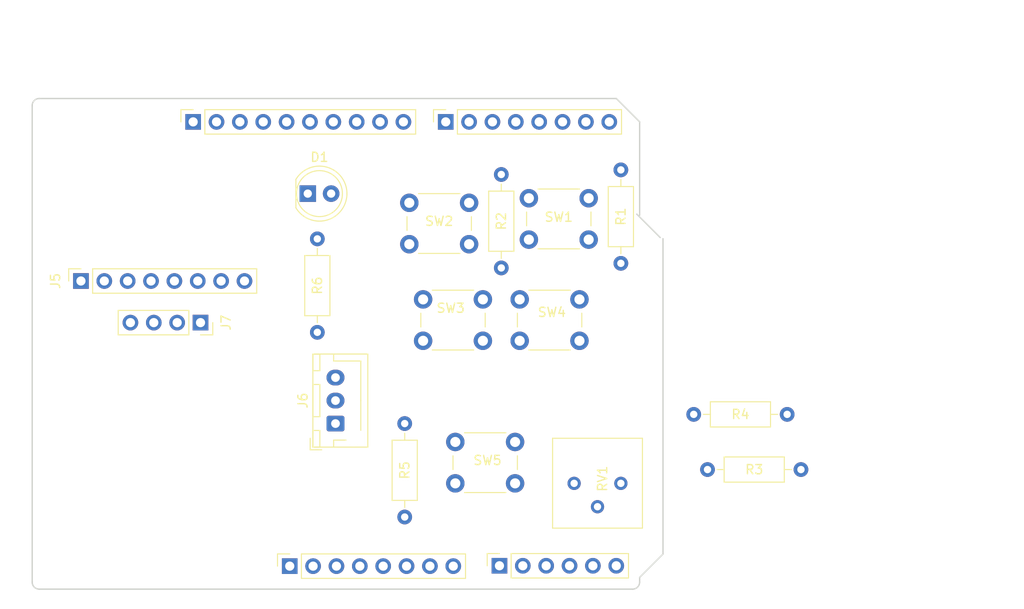
<source format=kicad_pcb>
(kicad_pcb (version 20240108) (generator "pcbnew") (generator_version "8.0")
  (title_block (date "mar. 31 mars 2015"))
  (layers (0 "F.Cu" signal) (31 "B.Cu" power) (34 "B.Paste" user) (35 "F.Paste" user) (36 "B.SilkS" user "B.Silkscreen") (37 "F.SilkS" user "F.Silkscreen") (38 "B.Mask" user) (39 "F.Mask" user) (44 "Edge.Cuts" user))
  (net 0 "")
  (net 1 "GND")
  (net 3 "+5V")
  (net 4 "/IOREF")
  (net 5 "/A0")
  (net 6 "/A1")
  (net 7 "/A2")
  (net 8 "/A3")
  (net 9 "/I2C_SCL")
  (net 10 "/I2C_SDA")
  (net 11 "/13")
  (net 12 "/12")
  (net 13 "/AREF")
  (net 14 "/8")
  (net 15 "/7")
  (net 16 "/*11")
  (net 17 "/*10")
  (net 18 "/*9")
  (net 19 "/4")
  (net 20 "/2")
  (net 21 "/*6")
  (net 22 "/*5")
  (net 23 "/TX{slash}1")
  (net 24 "/*3")
  (net 25 "/RX{slash}0")
  (net 26 "+3V3")
  (net 27 "VCC")
  (net 28 "/~{RESET}")
  (net 33 "Net-(D1-A)")
  (footprint "Connector_PinSocket_2.54mm:PinSocket_1x08_P2.54mm_Vertical" (layer "F.Cu") (at 128 97.5 90)
    (property "Reference" "J1" (hide yes))
    (property "Value" "Power")
    (fp_line (start 1.33 -1.33) (end 1.33 0) (stroke (width 0.12)) (layer "F.SilkS"))
    (fp_line (start 0 -1.33) (end 1.33 -1.33) (stroke (width 0.12)) (layer "F.SilkS"))
    (fp_line (start 1.33 1.27) (end 1.33 19.11) (stroke (width 0.12)) (layer "F.SilkS"))
    (fp_line (start -1.33 1.27) (end 1.33 1.27) (stroke (width 0.12)) (layer "F.SilkS"))
    (fp_line (start -1.33 1.27) (end -1.33 19.11) (stroke (width 0.12)) (layer "F.SilkS"))
    (fp_line (start -1.33 19.11) (end 1.33 19.11) (stroke (width 0.12)) (layer "F.SilkS"))
    (pad "1" thru_hole rect (at 0 0 90) (size 1.7 1.7) (drill 1) (layers "*.Cu" "*.Mask"))
    (pad "2" thru_hole oval (at 0 2.54 90) (size 1.7 1.7) (drill 1) (layers "*.Cu" "*.Mask") (net 4 "/IOREF"))
    (pad "3" thru_hole oval (at 0 5.08 90) (size 1.7 1.7) (drill 1) (layers "*.Cu" "*.Mask") (net 28 "/~{RESET}"))
    (pad "4" thru_hole oval (at 0 7.62 90) (size 1.7 1.7) (drill 1) (layers "*.Cu" "*.Mask") (net 26 "+3V3"))
    (pad "5" thru_hole oval (at 0 10.16 90) (size 1.7 1.7) (drill 1) (layers "*.Cu" "*.Mask") (net 3 "+5V"))
    (pad "6" thru_hole oval (at 0 12.7 90) (size 1.7 1.7) (drill 1) (layers "*.Cu" "*.Mask") (net 1 "GND"))
    (pad "7" thru_hole oval (at 0 15.24 90) (size 1.7 1.7) (drill 1) (layers "*.Cu" "*.Mask") (net 1 "GND"))
    (pad "8" thru_hole oval (at 0 17.78 90) (size 1.7 1.7) (drill 1) (layers "*.Cu" "*.Mask") (net 27 "VCC"))
  )
  (footprint "Connector_PinSocket_2.54mm:PinSocket_1x06_P2.54mm_Vertical" (layer "F.Cu") (at 150.8 97.46 90)
    (property "Reference" "J3" (hide yes))
    (property "Value" "Analog")
    (fp_line (start 1.33 -1.33) (end 1.33 0) (stroke (width 0.12)) (layer "F.SilkS"))
    (fp_line (start 0 -1.33) (end 1.33 -1.33) (stroke (width 0.12)) (layer "F.SilkS"))
    (fp_line (start 1.33 1.27) (end 1.33 14.03) (stroke (width 0.12)) (layer "F.SilkS"))
    (fp_line (start -1.33 1.27) (end 1.33 1.27) (stroke (width 0.12)) (layer "F.SilkS"))
    (fp_line (start -1.33 1.27) (end -1.33 14.03) (stroke (width 0.12)) (layer "F.SilkS"))
    (fp_line (start -1.33 14.03) (end 1.33 14.03) (stroke (width 0.12)) (layer "F.SilkS"))
    (pad "1" thru_hole rect (at 0 0 90) (size 1.7 1.7) (drill 1) (layers "*.Cu" "*.Mask") (net 5 "/A0"))
    (pad "2" thru_hole oval (at 0 2.54 90) (size 1.7 1.7) (drill 1) (layers "*.Cu" "*.Mask") (net 6 "/A1"))
    (pad "3" thru_hole oval (at 0 5.08 90) (size 1.7 1.7) (drill 1) (layers "*.Cu" "*.Mask") (net 7 "/A2"))
    (pad "4" thru_hole oval (at 0 7.62 90) (size 1.7 1.7) (drill 1) (layers "*.Cu" "*.Mask") (net 8 "/A3"))
    (pad "5" thru_hole oval (at 0 10.16 90) (size 1.7 1.7) (drill 1) (layers "*.Cu" "*.Mask") (net 10 "/I2C_SDA"))
    (pad "6" thru_hole oval (at 0 12.7 90) (size 1.7 1.7) (drill 1) (layers "*.Cu" "*.Mask") (net 9 "/I2C_SCL"))
  )
  (footprint "Connector_PinSocket_2.54mm:PinSocket_1x10_P2.54mm_Vertical" (layer "F.Cu") (at 117.5 49.2 90)
    (property "Reference" "J2" (hide yes))
    (property "Value" "Digital/PWM")
    (fp_line (start 1.33 -1.33) (end 1.33 0) (stroke (width 0.12)) (layer "F.SilkS"))
    (fp_line (start 0 -1.33) (end 1.33 -1.33) (stroke (width 0.12)) (layer "F.SilkS"))
    (fp_line (start 1.33 1.27) (end 1.33 24.19) (stroke (width 0.12)) (layer "F.SilkS"))
    (fp_line (start -1.33 1.27) (end 1.33 1.27) (stroke (width 0.12)) (layer "F.SilkS"))
    (fp_line (start -1.33 1.27) (end -1.33 24.19) (stroke (width 0.12)) (layer "F.SilkS"))
    (fp_line (start -1.33 24.19) (end 1.33 24.19) (stroke (width 0.12)) (layer "F.SilkS"))
    (pad "1" thru_hole rect (at 0 0 90) (size 1.7 1.7) (drill 1) (layers "*.Cu" "*.Mask") (net 9 "/I2C_SCL"))
    (pad "2" thru_hole oval (at 0 2.54 90) (size 1.7 1.7) (drill 1) (layers "*.Cu" "*.Mask") (net 10 "/I2C_SDA"))
    (pad "3" thru_hole oval (at 0 5.08 90) (size 1.7 1.7) (drill 1) (layers "*.Cu" "*.Mask") (net 13 "/AREF"))
    (pad "4" thru_hole oval (at 0 7.62 90) (size 1.7 1.7) (drill 1) (layers "*.Cu" "*.Mask") (net 1 "GND"))
    (pad "5" thru_hole oval (at 0 10.16 90) (size 1.7 1.7) (drill 1) (layers "*.Cu" "*.Mask") (net 11 "/13"))
    (pad "6" thru_hole oval (at 0 12.7 90) (size 1.7 1.7) (drill 1) (layers "*.Cu" "*.Mask") (net 12 "/12"))
    (pad "7" thru_hole oval (at 0 15.24 90) (size 1.7 1.7) (drill 1) (layers "*.Cu" "*.Mask") (net 16 "/*11"))
    (pad "8" thru_hole oval (at 0 17.78 90) (size 1.7 1.7) (drill 1) (layers "*.Cu" "*.Mask") (net 17 "/*10"))
    (pad "9" thru_hole oval (at 0 20.32 90) (size 1.7 1.7) (drill 1) (layers "*.Cu" "*.Mask") (net 18 "/*9"))
    (pad "10" thru_hole oval (at 0 22.86 90) (size 1.7 1.7) (drill 1) (layers "*.Cu" "*.Mask") (net 14 "/8"))
  )
  (footprint "Connector_PinSocket_2.54mm:PinSocket_1x08_P2.54mm_Vertical" (layer "F.Cu") (at 144.96 49.2 90)
    (property "Reference" "J4" (hide yes))
    (property "Value" "Digital/PWM")
    (fp_line (start 1.33 -1.33) (end 1.33 0) (stroke (width 0.12)) (layer "F.SilkS"))
    (fp_line (start 0 -1.33) (end 1.33 -1.33) (stroke (width 0.12)) (layer "F.SilkS"))
    (fp_line (start 1.33 1.27) (end 1.33 19.11) (stroke (width 0.12)) (layer "F.SilkS"))
    (fp_line (start -1.33 1.27) (end 1.33 1.27) (stroke (width 0.12)) (layer "F.SilkS"))
    (fp_line (start -1.33 1.27) (end -1.33 19.11) (stroke (width 0.12)) (layer "F.SilkS"))
    (fp_line (start -1.33 19.11) (end 1.33 19.11) (stroke (width 0.12)) (layer "F.SilkS"))
    (pad "1" thru_hole rect (at 0 0 90) (size 1.7 1.7) (drill 1) (layers "*.Cu" "*.Mask") (net 15 "/7"))
    (pad "2" thru_hole oval (at 0 2.54 90) (size 1.7 1.7) (drill 1) (layers "*.Cu" "*.Mask") (net 21 "/*6"))
    (pad "3" thru_hole oval (at 0 5.08 90) (size 1.7 1.7) (drill 1) (layers "*.Cu" "*.Mask") (net 22 "/*5"))
    (pad "4" thru_hole oval (at 0 7.62 90) (size 1.7 1.7) (drill 1) (layers "*.Cu" "*.Mask") (net 19 "/4"))
    (pad "5" thru_hole oval (at 0 10.16 90) (size 1.7 1.7) (drill 1) (layers "*.Cu" "*.Mask") (net 24 "/*3"))
    (pad "6" thru_hole oval (at 0 12.7 90) (size 1.7 1.7) (drill 1) (layers "*.Cu" "*.Mask") (net 20 "/2"))
    (pad "7" thru_hole oval (at 0 15.24 90) (size 1.7 1.7) (drill 1) (layers "*.Cu" "*.Mask") (net 23 "/TX{slash}1"))
    (pad "8" thru_hole oval (at 0 17.78 90) (size 1.7 1.7) (drill 1) (layers "*.Cu" "*.Mask") (net 25 "/RX{slash}0"))
  )
  (footprint "Connector_PinSocket_2.54mm:PinSocket_1x04_P2.54mm_Vertical" (layer "F.Cu") (at 118.3 71.025 -90)
    (property "Reference" "J7" (at 0 -2.77 90) (layer "F.SilkS"))
    (property "Value" "conn_display")
    (fp_line (start -1.33 8.95) (end 1.33 8.95) (stroke (width 0.12)) (layer "F.SilkS"))
    (fp_line (start -1.33 1.27) (end -1.33 8.95) (stroke (width 0.12)) (layer "F.SilkS"))
    (fp_line (start -1.33 1.27) (end 1.33 1.27) (stroke (width 0.12)) (layer "F.SilkS"))
    (fp_line (start 1.33 1.27) (end 1.33 8.95) (stroke (width 0.12)) (layer "F.SilkS"))
    (fp_line (start 0 -1.33) (end 1.33 -1.33) (stroke (width 0.12)) (layer "F.SilkS"))
    (fp_line (start 1.33 -1.33) (end 1.33 0) (stroke (width 0.12)) (layer "F.SilkS"))
    (pad "1" thru_hole rect (at 0 0 270) (size 1.7 1.7) (drill 1) (layers "*.Cu" "*.Mask") (net 1 "GND"))
    (pad "2" thru_hole oval (at 0 2.54 270) (size 1.7 1.7) (drill 1) (layers "*.Cu" "*.Mask") (net 3 "+5V"))
    (pad "3" thru_hole oval (at 0 5.08 270) (size 1.7 1.7) (drill 1) (layers "*.Cu" "*.Mask") (net 9 "/I2C_SCL"))
    (pad "4" thru_hole oval (at 0 7.62 270) (size 1.7 1.7) (drill 1) (layers "*.Cu" "*.Mask") (net 10 "/I2C_SDA"))
  )
  (footprint "LED_THT:LED_D5.0mm" (layer "F.Cu") (at 129.96 57)
    (property "Reference" "D1" (at 1.27 -3.96 0) (layer "F.SilkS"))
    (property "Value" "LED")
    (fp_line (start -1.29 -1.545) (end -1.29 1.545) (stroke (width 0.12)) (layer "F.SilkS"))
    (fp_arc (start -1.29 -1.54483) (mid 2.071756 -2.880501) (end 4.26 -0.000048) (stroke (width 0.12)) (layer "F.SilkS"))
    (fp_arc (start 4.26 0.000048) (mid 2.071756 2.880501) (end -1.29 1.54483) (stroke (width 0.12)) (layer "F.SilkS"))
    (fp_circle (center 1.27 0) (end 3.77 0) (stroke (width 0.12)) (fill none) (layer "F.SilkS"))
    (pad "1" thru_hole rect (at 0 0) (size 1.8 1.8) (drill 0.9) (layers "*.Cu" "*.Mask") (net 1 "GND"))
    (pad "2" thru_hole circle (at 2.54 0) (size 1.8 1.8) (drill 0.9) (layers "*.Cu" "*.Mask") (net 33 "Net-(D1-A)"))
  )
  (footprint "Connector_JST:JST_XH_B3B-XH-AM_1x03_P2.50mm_Vertical" (layer "F.Cu") (at 132.975 82 90)
    (property "Reference" "J6" (at 2.5 -3.55 90) (layer "F.SilkS"))
    (property "Value" "Connect_temp")
    (fp_line (start -1.6 -2.75) (end -2.85 -2.75) (stroke (width 0.12)) (layer "F.SilkS"))
    (fp_line (start -2.85 -2.75) (end -2.85 -1.5) (stroke (width 0.12)) (layer "F.SilkS"))
    (fp_line (start 7.56 -2.46) (end -2.56 -2.46) (stroke (width 0.12)) (layer "F.SilkS"))
    (fp_line (start -2.56 -2.46) (end -2.56 3.51) (stroke (width 0.12)) (layer "F.SilkS"))
    (fp_line (start 7.55 -2.45) (end 5.75 -2.45) (stroke (width 0.12)) (layer "F.SilkS"))
    (fp_line (start 5.75 -2.45) (end 5.75 -1.7) (stroke (width 0.12)) (layer "F.SilkS"))
    (fp_line (start 4.25 -2.45) (end 0.75 -2.45) (stroke (width 0.12)) (layer "F.SilkS"))
    (fp_line (start 0.75 -2.45) (end 0.75 -1.7) (stroke (width 0.12)) (layer "F.SilkS"))
    (fp_line (start -0.75 -2.45) (end -2.55 -2.45) (stroke (width 0.12)) (layer "F.SilkS"))
    (fp_line (start -2.55 -2.45) (end -2.55 -1.7) (stroke (width 0.12)) (layer "F.SilkS"))
    (fp_line (start 7.55 -1.7) (end 7.55 -2.45) (stroke (width 0.12)) (layer "F.SilkS"))
    (fp_line (start 5.75 -1.7) (end 7.55 -1.7) (stroke (width 0.12)) (layer "F.SilkS"))
    (fp_line (start 4.25 -1.7) (end 4.25 -2.45) (stroke (width 0.12)) (layer "F.SilkS"))
    (fp_line (start 0.75 -1.7) (end 4.25 -1.7) (stroke (width 0.12)) (layer "F.SilkS"))
    (fp_line (start -0.75 -1.7) (end -0.75 -2.45) (stroke (width 0.12)) (layer "F.SilkS"))
    (fp_line (start -2.55 -1.7) (end -0.75 -1.7) (stroke (width 0.12)) (layer "F.SilkS"))
    (fp_line (start 7.55 -0.2) (end 6.8 -0.2) (stroke (width 0.12)) (layer "F.SilkS"))
    (fp_line (start 6.8 -0.2) (end 6.8 2.75) (stroke (width 0.12)) (layer "F.SilkS"))
    (fp_line (start -1.8 -0.2) (end -1.8 1.14) (stroke (width 0.12)) (layer "F.SilkS"))
    (fp_line (start -2.55 -0.2) (end -1.8 -0.2) (stroke (width 0.12)) (layer "F.SilkS"))
    (fp_line (start 6.8 2.75) (end 2.5 2.75) (stroke (width 0.12)) (layer "F.SilkS"))
    (fp_line (start 2.5 2.75) (end -0.74 2.75) (stroke (width 0.12)) (layer "F.SilkS"))
    (fp_line (start 7.56 3.51) (end 7.56 -2.46) (stroke (width 0.12)) (layer "F.SilkS"))
    (fp_line (start -2.56 3.51) (end 7.56 3.51) (stroke (width 0.12)) (layer "F.SilkS"))
    (pad "" np_thru_hole circle (at -1.6 2 90) (size 1.2 1.2) (drill 1.2) (layers "*.Cu" "*.Mask"))
    (pad "1" thru_hole roundrect (at 0 0 90) (size 1.7 1.95) (drill 0.95) (layers "*.Cu" "*.Mask") (roundrect_rratio 0.147059) (net 3 "+5V"))
    (pad "2" thru_hole oval (at 2.5 0 90) (size 1.7 1.95) (drill 0.95) (layers "*.Cu" "*.Mask") (net 14 "/8"))
    (pad "3" thru_hole oval (at 5 0 90) (size 1.7 1.95) (drill 0.95) (layers "*.Cu" "*.Mask") (net 1 "GND"))
  )
  (footprint "Button_Switch_THT:SW_PUSH_6mm" (layer "F.Cu") (at 142.5 68.5)
    (property "Reference" "SW3" (at 3 0.95 0) (layer "F.SilkS"))
    (property "Value" "SW_SPST")
    (fp_line (start -0.25 1.5) (end -0.25 3) (stroke (width 0.12)) (layer "F.SilkS"))
    (fp_line (start 1 5.5) (end 5.5 5.5) (stroke (width 0.12)) (layer "F.SilkS"))
    (fp_line (start 5.5 -1) (end 1 -1) (stroke (width 0.12)) (layer "F.SilkS"))
    (fp_line (start 6.75 3) (end 6.75 1.5) (stroke (width 0.12)) (layer "F.SilkS"))
    (pad "1" thru_hole circle (at 0 0 90) (size 2 2) (drill 1.1) (layers "*.Cu" "*.Mask") (net 22 "/*5"))
    (pad "1" thru_hole circle (at 6.5 0 90) (size 2 2) (drill 1.1) (layers "*.Cu" "*.Mask") (net 22 "/*5"))
    (pad "2" thru_hole circle (at 0 4.5 90) (size 2 2) (drill 1.1) (layers "*.Cu" "*.Mask") (net 3 "+5V"))
    (pad "2" thru_hole circle (at 6.5 4.5 90) (size 2 2) (drill 1.1) (layers "*.Cu" "*.Mask") (net 3 "+5V"))
  )
  (footprint "Resistor_THT:R_Axial_DIN0207_L6.3mm_D2.5mm_P10.16mm_Horizontal" (layer "F.Cu") (at 164 54.42 -90)
    (property "Reference" "R1" (at 5.08 0 90) (layer "F.SilkS"))
    (property "Value" "100k")
    (fp_line (start 1.81 1.37) (end 8.35 1.37) (stroke (width 0.12)) (layer "F.SilkS"))
    (fp_line (start 8.35 1.37) (end 8.35 -1.37) (stroke (width 0.12)) (layer "F.SilkS"))
    (fp_line (start 1.04 0) (end 1.81 0) (stroke (width 0.12)) (layer "F.SilkS"))
    (fp_line (start 9.12 0) (end 8.35 0) (stroke (width 0.12)) (layer "F.SilkS"))
    (fp_line (start 1.81 -1.37) (end 1.81 1.37) (stroke (width 0.12)) (layer "F.SilkS"))
    (fp_line (start 8.35 -1.37) (end 1.81 -1.37) (stroke (width 0.12)) (layer "F.SilkS"))
    (pad "1" thru_hole circle (at 0 0 270) (size 1.6 1.6) (drill 0.8) (layers "*.Cu" "*.Mask") (net 20 "/2"))
    (pad "2" thru_hole oval (at 10.16 0 270) (size 1.6 1.6) (drill 0.8) (layers "*.Cu" "*.Mask") (net 1 "GND"))
  )
  (footprint "Button_Switch_THT:SW_PUSH_6mm" (layer "F.Cu") (at 146 84)
    (property "Reference" "SW5" (at 3.5 2 0) (layer "F.SilkS"))
    (property "Value" "SW_SPST")
    (fp_line (start -0.25 1.5) (end -0.25 3) (stroke (width 0.12)) (layer "F.SilkS"))
    (fp_line (start 1 5.5) (end 5.5 5.5) (stroke (width 0.12)) (layer "F.SilkS"))
    (fp_line (start 5.5 -1) (end 1 -1) (stroke (width 0.12)) (layer "F.SilkS"))
    (fp_line (start 6.75 3) (end 6.75 1.5) (stroke (width 0.12)) (layer "F.SilkS"))
    (pad "1" thru_hole circle (at 0 0 90) (size 2 2) (drill 1.1) (layers "*.Cu" "*.Mask") (net 21 "/*6"))
    (pad "1" thru_hole circle (at 6.5 0 90) (size 2 2) (drill 1.1) (layers "*.Cu" "*.Mask") (net 21 "/*6"))
    (pad "2" thru_hole circle (at 0 4.5 90) (size 2 2) (drill 1.1) (layers "*.Cu" "*.Mask") (net 3 "+5V"))
    (pad "2" thru_hole circle (at 6.5 4.5 90) (size 2 2) (drill 1.1) (layers "*.Cu" "*.Mask") (net 3 "+5V"))
  )
  (footprint "Button_Switch_THT:SW_PUSH_6mm" (layer "F.Cu") (at 154 57.5)
    (property "Reference" "SW1" (at 3.25 2.05 0) (layer "F.SilkS"))
    (property "Value" "SW_SPST")
    (fp_line (start -0.25 1.5) (end -0.25 3) (stroke (width 0.12)) (layer "F.SilkS"))
    (fp_line (start 1 5.5) (end 5.5 5.5) (stroke (width 0.12)) (layer "F.SilkS"))
    (fp_line (start 5.5 -1) (end 1 -1) (stroke (width 0.12)) (layer "F.SilkS"))
    (fp_line (start 6.75 3) (end 6.75 1.5) (stroke (width 0.12)) (layer "F.SilkS"))
    (pad "1" thru_hole circle (at 0 0 90) (size 2 2) (drill 1.1) (layers "*.Cu" "*.Mask") (net 20 "/2"))
    (pad "1" thru_hole circle (at 6.5 0 90) (size 2 2) (drill 1.1) (layers "*.Cu" "*.Mask") (net 20 "/2"))
    (pad "2" thru_hole circle (at 0 4.5 90) (size 2 2) (drill 1.1) (layers "*.Cu" "*.Mask") (net 3 "+5V"))
    (pad "2" thru_hole circle (at 6.5 4.5 90) (size 2 2) (drill 1.1) (layers "*.Cu" "*.Mask") (net 3 "+5V"))
  )
  (footprint "Button_Switch_THT:SW_PUSH_6mm" (layer "F.Cu") (at 141 58)
    (property "Reference" "SW2" (at 3.25 2 0) (layer "F.SilkS"))
    (property "Value" "SW_SPST")
    (fp_line (start -0.25 1.5) (end -0.25 3) (stroke (width 0.12)) (layer "F.SilkS"))
    (fp_line (start 1 5.5) (end 5.5 5.5) (stroke (width 0.12)) (layer "F.SilkS"))
    (fp_line (start 5.5 -1) (end 1 -1) (stroke (width 0.12)) (layer "F.SilkS"))
    (fp_line (start 6.75 3) (end 6.75 1.5) (stroke (width 0.12)) (layer "F.SilkS"))
    (pad "1" thru_hole circle (at 0 0 90) (size 2 2) (drill 1.1) (layers "*.Cu" "*.Mask") (net 19 "/4"))
    (pad "1" thru_hole circle (at 6.5 0 90) (size 2 2) (drill 1.1) (layers "*.Cu" "*.Mask") (net 19 "/4"))
    (pad "2" thru_hole circle (at 0 4.5 90) (size 2 2) (drill 1.1) (layers "*.Cu" "*.Mask") (net 3 "+5V"))
    (pad "2" thru_hole circle (at 6.5 4.5 90) (size 2 2) (drill 1.1) (layers "*.Cu" "*.Mask") (net 3 "+5V"))
  )
  (footprint "Resistor_THT:R_Axial_DIN0207_L6.3mm_D2.5mm_P10.16mm_Horizontal" (layer "F.Cu") (at 173.42 87)
    (property "Reference" "R3" (at 5.08 0 0) (layer "F.SilkS"))
    (property "Value" "100k")
    (fp_line (start 1.04 0) (end 1.81 0) (stroke (width 0.12)) (layer "F.SilkS"))
    (fp_line (start 1.81 -1.37) (end 1.81 1.37) (stroke (width 0.12)) (layer "F.SilkS"))
    (fp_line (start 1.81 1.37) (end 8.35 1.37) (stroke (width 0.12)) (layer "F.SilkS"))
    (fp_line (start 8.35 -1.37) (end 1.81 -1.37) (stroke (width 0.12)) (layer "F.SilkS"))
    (fp_line (start 8.35 1.37) (end 8.35 -1.37) (stroke (width 0.12)) (layer "F.SilkS"))
    (fp_line (start 9.12 0) (end 8.35 0) (stroke (width 0.12)) (layer "F.SilkS"))
    (pad "1" thru_hole circle (at 0 0) (size 1.6 1.6) (drill 0.8) (layers "*.Cu" "*.Mask") (net 22 "/*5"))
    (pad "2" thru_hole oval (at 10.16 0) (size 1.6 1.6) (drill 0.8) (layers "*.Cu" "*.Mask") (net 1 "GND"))
  )
  (footprint "Resistor_THT:R_Axial_DIN0207_L6.3mm_D2.5mm_P10.16mm_Horizontal" (layer "F.Cu") (at 171.92 81)
    (property "Reference" "R4" (at 5.08 0 0) (layer "F.SilkS"))
    (property "Value" "100k")
    (fp_line (start 1.04 0) (end 1.81 0) (stroke (width 0.12)) (layer "F.SilkS"))
    (fp_line (start 1.81 -1.37) (end 1.81 1.37) (stroke (width 0.12)) (layer "F.SilkS"))
    (fp_line (start 1.81 1.37) (end 8.35 1.37) (stroke (width 0.12)) (layer "F.SilkS"))
    (fp_line (start 8.35 -1.37) (end 1.81 -1.37) (stroke (width 0.12)) (layer "F.SilkS"))
    (fp_line (start 8.35 1.37) (end 8.35 -1.37) (stroke (width 0.12)) (layer "F.SilkS"))
    (fp_line (start 9.12 0) (end 8.35 0) (stroke (width 0.12)) (layer "F.SilkS"))
    (pad "1" thru_hole circle (at 0 0) (size 1.6 1.6) (drill 0.8) (layers "*.Cu" "*.Mask") (net 24 "/*3"))
    (pad "2" thru_hole oval (at 10.16 0) (size 1.6 1.6) (drill 0.8) (layers "*.Cu" "*.Mask") (net 1 "GND"))
  )
  (footprint "Connector_PinSocket_2.54mm:PinSocket_1x08_P2.54mm_Vertical" (layer "F.Cu") (at 105.3 66.5 90)
    (property "Reference" "J5" (at 0 -2.77 90) (layer "F.SilkS"))
    (property "Value" "CONN_GYRO")
    (fp_line (start 1.33 -1.33) (end 1.33 0) (stroke (width 0.12)) (layer "F.SilkS"))
    (fp_line (start 0 -1.33) (end 1.33 -1.33) (stroke (width 0.12)) (layer "F.SilkS"))
    (fp_line (start 1.33 1.27) (end 1.33 19.11) (stroke (width 0.12)) (layer "F.SilkS"))
    (fp_line (start -1.33 1.27) (end 1.33 1.27) (stroke (width 0.12)) (layer "F.SilkS"))
    (fp_line (start -1.33 1.27) (end -1.33 19.11) (stroke (width 0.12)) (layer "F.SilkS"))
    (fp_line (start -1.33 19.11) (end 1.33 19.11) (stroke (width 0.12)) (layer "F.SilkS"))
    (pad "1" thru_hole rect (at 0 0 90) (size 1.7 1.7) (drill 1) (layers "*.Cu" "*.Mask") (net 3 "+5V"))
    (pad "2" thru_hole oval (at 0 2.54 90) (size 1.7 1.7) (drill 1) (layers "*.Cu" "*.Mask") (net 1 "GND"))
    (pad "3" thru_hole oval (at 0 5.08 90) (size 1.7 1.7) (drill 1) (layers "*.Cu" "*.Mask") (net 9 "/I2C_SCL"))
    (pad "4" thru_hole oval (at 0 7.62 90) (size 1.7 1.7) (drill 1) (layers "*.Cu" "*.Mask") (net 10 "/I2C_SDA"))
    (pad "5" thru_hole oval (at 0 10.16 90) (size 1.7 1.7) (drill 1) (layers "*.Cu" "*.Mask"))
    (pad "6" thru_hole oval (at 0 12.7 90) (size 1.7 1.7) (drill 1) (layers "*.Cu" "*.Mask"))
    (pad "7" thru_hole oval (at 0 15.24 90) (size 1.7 1.7) (drill 1) (layers "*.Cu" "*.Mask"))
    (pad "8" thru_hole oval (at 0 17.78 90) (size 1.7 1.7) (drill 1) (layers "*.Cu" "*.Mask"))
  )
  (footprint "Resistor_THT:R_Axial_DIN0207_L6.3mm_D2.5mm_P10.16mm_Horizontal" (layer "F.Cu") (at 131 61.92 -90)
    (property "Reference" "R6" (at 5.08 0 90) (layer "F.SilkS"))
    (property "Value" "100k")
    (fp_line (start 1.81 1.37) (end 8.35 1.37) (stroke (width 0.12)) (layer "F.SilkS"))
    (fp_line (start 8.35 1.37) (end 8.35 -1.37) (stroke (width 0.12)) (layer "F.SilkS"))
    (fp_line (start 1.04 0) (end 1.81 0) (stroke (width 0.12)) (layer "F.SilkS"))
    (fp_line (start 9.12 0) (end 8.35 0) (stroke (width 0.12)) (layer "F.SilkS"))
    (fp_line (start 1.81 -1.37) (end 1.81 1.37) (stroke (width 0.12)) (layer "F.SilkS"))
    (fp_line (start 8.35 -1.37) (end 1.81 -1.37) (stroke (width 0.12)) (layer "F.SilkS"))
    (pad "1" thru_hole circle (at 0 0 270) (size 1.6 1.6) (drill 0.8) (layers "*.Cu" "*.Mask") (net 18 "/*9"))
    (pad "2" thru_hole oval (at 10.16 0 270) (size 1.6 1.6) (drill 0.8) (layers "*.Cu" "*.Mask") (net 33 "Net-(D1-A)"))
  )
  (footprint "Potentiometer_THT:Potentiometer_Bourns_3386P_Vertical" (layer "F.Cu") (at 158.92 88.5 -90)
    (property "Reference" "RV1" (at -0.5 -3.08 90) (layer "F.SilkS"))
    (property "Value" "10k")
    (fp_line (start -4.9 2.345) (end 4.87 2.345) (stroke (width 0.12)) (layer "F.SilkS"))
    (fp_line (start -4.9 -7.425) (end -4.9 2.345) (stroke (width 0.12)) (layer "F.SilkS"))
    (fp_line (start -4.9 -7.425) (end 4.87 -7.425) (stroke (width 0.12)) (layer "F.SilkS"))
    (fp_line (start 4.87 -7.425) (end 4.87 2.345) (stroke (width 0.12)) (layer "F.SilkS"))
    (pad "1" thru_hole circle (at 0 0 270) (size 1.44 1.44) (drill 0.8) (layers "*.Cu" "*.Mask") (net 3 "+5V"))
    (pad "2" thru_hole circle (at 2.54 -2.54 270) (size 1.44 1.44) (drill 0.8) (layers "*.Cu" "*.Mask") (net 5 "/A0"))
    (pad "3" thru_hole circle (at 0 -5.08 270) (size 1.44 1.44) (drill 0.8) (layers "*.Cu" "*.Mask") (net 1 "GND"))
  )
  (footprint "Resistor_THT:R_Axial_DIN0207_L6.3mm_D2.5mm_P10.16mm_Horizontal" (layer "F.Cu") (at 151 54.92 -90)
    (property "Reference" "R2" (at 5.08 0 90) (layer "F.SilkS"))
    (property "Value" "100k")
    (fp_line (start 1.81 1.37) (end 8.35 1.37) (stroke (width 0.12)) (layer "F.SilkS"))
    (fp_line (start 8.35 1.37) (end 8.35 -1.37) (stroke (width 0.12)) (layer "F.SilkS"))
    (fp_line (start 1.04 0) (end 1.81 0) (stroke (width 0.12)) (layer "F.SilkS"))
    (fp_line (start 9.12 0) (end 8.35 0) (stroke (width 0.12)) (layer "F.SilkS"))
    (fp_line (start 1.81 -1.37) (end 1.81 1.37) (stroke (width 0.12)) (layer "F.SilkS"))
    (fp_line (start 8.35 -1.37) (end 1.81 -1.37) (stroke (width 0.12)) (layer "F.SilkS"))
    (pad "1" thru_hole circle (at 0 0 270) (size 1.6 1.6) (drill 0.8) (layers "*.Cu" "*.Mask") (net 19 "/4"))
    (pad "2" thru_hole oval (at 10.16 0 270) (size 1.6 1.6) (drill 0.8) (layers "*.Cu" "*.Mask") (net 1 "GND"))
  )
  (footprint "Button_Switch_THT:SW_PUSH_6mm" (layer "F.Cu") (at 153 68.5)
    (property "Reference" "SW4" (at 3.5 1.4 0) (layer "F.SilkS"))
    (property "Value" "SW_SPST")
    (fp_line (start -0.25 1.5) (end -0.25 3) (stroke (width 0.12)) (layer "F.SilkS"))
    (fp_line (start 1 5.5) (end 5.5 5.5) (stroke (width 0.12)) (layer "F.SilkS"))
    (fp_line (start 5.5 -1) (end 1 -1) (stroke (width 0.12)) (layer "F.SilkS"))
    (fp_line (start 6.75 3) (end 6.75 1.5) (stroke (width 0.12)) (layer "F.SilkS"))
    (pad "1" thru_hole circle (at 0 0 90) (size 2 2) (drill 1.1) (layers "*.Cu" "*.Mask") (net 24 "/*3"))
    (pad "1" thru_hole circle (at 6.5 0 90) (size 2 2) (drill 1.1) (layers "*.Cu" "*.Mask") (net 24 "/*3"))
    (pad "2" thru_hole circle (at 0 4.5 90) (size 2 2) (drill 1.1) (layers "*.Cu" "*.Mask") (net 3 "+5V"))
    (pad "2" thru_hole circle (at 6.5 4.5 90) (size 2 2) (drill 1.1) (layers "*.Cu" "*.Mask") (net 3 "+5V"))
  )
  (footprint "Resistor_THT:R_Axial_DIN0207_L6.3mm_D2.5mm_P10.16mm_Horizontal" (layer "F.Cu") (at 140.5 82 -90)
    (property "Reference" "R5" (at 5.08 0 90) (layer "F.SilkS"))
    (property "Value" "100k")
    (fp_line (start 1.81 1.37) (end 8.35 1.37) (stroke (width 0.12)) (layer "F.SilkS"))
    (fp_line (start 8.35 1.37) (end 8.35 -1.37) (stroke (width 0.12)) (layer "F.SilkS"))
    (fp_line (start 1.04 0) (end 1.81 0) (stroke (width 0.12)) (layer "F.SilkS"))
    (fp_line (start 9.12 0) (end 8.35 0) (stroke (width 0.12)) (layer "F.SilkS"))
    (fp_line (start 1.81 -1.37) (end 1.81 1.37) (stroke (width 0.12)) (layer "F.SilkS"))
    (fp_line (start 8.35 -1.37) (end 1.81 -1.37) (stroke (width 0.12)) (layer "F.SilkS"))
    (pad "1" thru_hole circle (at 0 0 270) (size 1.6 1.6) (drill 0.8) (layers "*.Cu" "*.Mask") (net 21 "/*6"))
    (pad "2" thru_hole oval (at 10.16 0 270) (size 1.6 1.6) (drill 0.8) (layers "*.Cu" "*.Mask") (net 1 "GND"))
  )
  (gr_line (start 165.73 59.23) (end 168.27 61.77) (stroke (width 0.15)) (layer "Edge.Cuts"))
  (gr_line (start 100 99.238) (end 100 47.422) (stroke (width 0.15)) (layer "Edge.Cuts"))
  (gr_line (start 168.58 61.9) (end 168.58 96.19) (stroke (width 0.15)) (layer "Edge.Cuts"))
  (gr_line (start 165.278 100) (end 100.762 100) (stroke (width 0.15)) (layer "Edge.Cuts"))
  (gr_line (start 100.762 46.66) (end 163.5 46.66) (stroke (width 0.15)) (layer "Edge.Cuts"))
  (gr_arc (start 100.762 100) (mid 100.223185 99.776815) (end 100 99.238) (stroke (width 0.15)) (layer "Edge.Cuts"))
  (gr_line (start 168.58 96.19) (end 166.04 98.73) (stroke (width 0.15)) (layer "Edge.Cuts"))
  (gr_line (start 163.5 46.66) (end 166.04 49.2) (stroke (width 0.15)) (layer "Edge.Cuts"))
  (gr_arc (start 166.04 99.238) (mid 165.816815 99.776815) (end 165.278 100) (stroke (width 0.15)) (layer "Edge.Cuts"))
  (gr_line (start 166.04 49.2) (end 166.04 59.36) (stroke (width 0.15)) (layer "Edge.Cuts"))
  (gr_line (start 166.04 98.73) (end 166.04 99.238) (stroke (width 0.15)) (layer "Edge.Cuts"))
  (gr_arc (start 100 47.422) (mid 100.223185 46.883185) (end 100.762 46.66) (stroke (width 0.15)) (layer "Edge.Cuts"))
)
</source>
